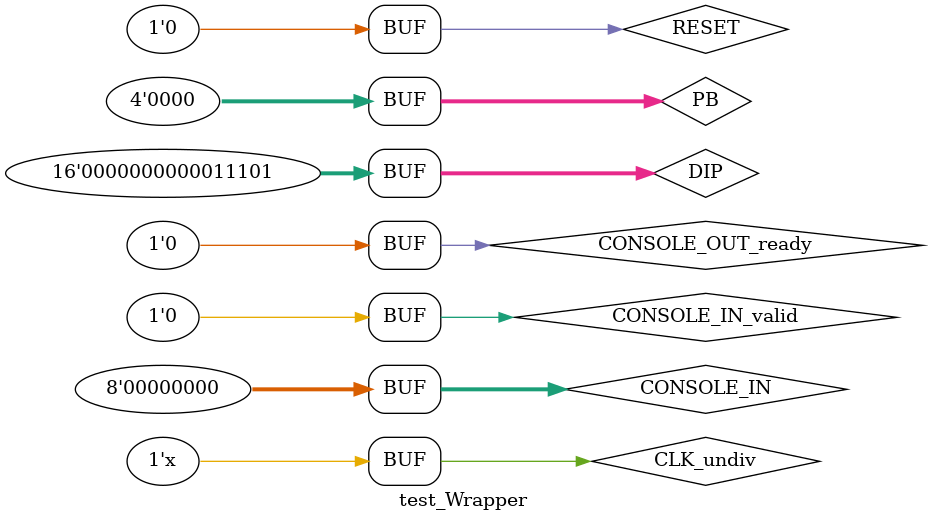
<source format=v>
`timescale 1ns / 1ps
/*
----------------------------------------------------------------------------------
--	(c) Thao Nguyen and Rajesh Panicker
--	License terms :
--	You are free to use this code as long as you
--		(i) DO NOT post it on any public repository;
--		(ii) use it only for educational purposes;
--		(iii) accept the responsibility to ensure that your implementation does not violate any intellectual property of ARM Holdings or other entities.
--		(iv) accept that the program is provided "as is" without warranty of any kind or assurance regarding its suitability for any particular purpose;
--		(v) send an email to rajesh.panicker@ieee.org briefly mentioning its use (except when used for the course CG3207 at the National University of Singapore);
--		(vi) retain this notice in this file or any files derived from this.
----------------------------------------------------------------------------------
*/
module test_Wrapper #(
	   parameter N_LEDs_OUT	= 8,					
	   parameter N_DIPs		= 16,
	   parameter N_PBs		= 4 
	)
	(
	);
	
	// Signals for the Unit Under Test (UUT)
	reg  [N_DIPs-1:0] DIP = 0;		
	reg  [N_PBs-1:0] PB = 0;			
	wire [N_LEDs_OUT-1:0] LED_OUT;
	wire [6:0] LED_PC;			
	wire [31:0] SEVENSEGHEX;	
	wire [7:0] CONSOLE_OUT;
	reg  CONSOLE_OUT_ready = 0;
	wire CONSOLE_OUT_valid;
	reg  [7:0] CONSOLE_IN = 0;
	reg  CONSOLE_IN_valid = 0;
	wire CONSOLE_IN_ack;
	reg  RESET = 0;					
	reg  CLK_undiv = 0;				
	
	// Instantiate UUT
	Wrapper dut(DIP, PB, LED_OUT, LED_PC, SEVENSEGHEX, CONSOLE_OUT, CONSOLE_OUT_ready, CONSOLE_OUT_valid, CONSOLE_IN, CONSOLE_IN_valid, CONSOLE_IN_ack, RESET, CLK_undiv) ;
	
	// STIMULI
    initial
    begin
		RESET = 1; #10; RESET = 0; //hold reset state for 10 ns.
		DIP = 5'b11010; #410; //Dip value is 0x1A
//		RESET = 1; #10; RESET = 0; // hold reset state for 10 ns;
		DIP = 5'b11101; #600; //Dip value is 0x1D
    end
	
	// GENERATE CLOCK       
    always          
    begin
       #5 CLK_undiv = ~CLK_undiv ; // invert clk every 5 time units 
    end
    
endmodule
</source>
